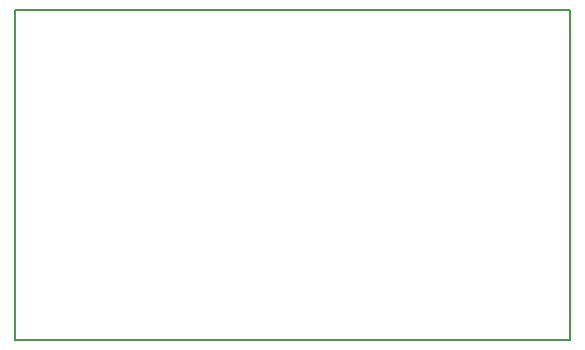
<source format=gbr>
G04 #@! TF.GenerationSoftware,KiCad,Pcbnew,no-vcs-found*
G04 #@! TF.CreationDate,2017-01-06T11:39:05+01:00*
G04 #@! TF.ProjectId,ESP32-HELP-Button-CR2032,45535033322D48454C502D427574746F,rev?*
G04 #@! TF.FileFunction,Other,User*
%FSLAX46Y46*%
G04 Gerber Fmt 4.6, Leading zero omitted, Abs format (unit mm)*
G04 Created by KiCad (PCBNEW no-vcs-found) date Fri Jan  6 11:39:05 2017*
%MOMM*%
%LPD*%
G01*
G04 APERTURE LIST*
%ADD10C,0.100000*%
%ADD11C,0.200000*%
G04 APERTURE END LIST*
D10*
D11*
X25000000Y-61000000D02*
X25000000Y-33000000D01*
X72000000Y-61000000D02*
X25000000Y-61000000D01*
X72000000Y-33000000D02*
X72000000Y-61000000D01*
X25000000Y-33000000D02*
X72000000Y-33000000D01*
M02*

</source>
